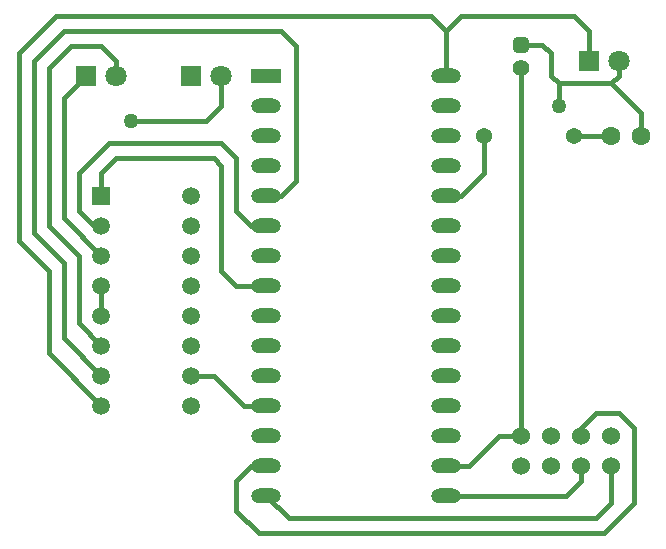
<source format=gtl>
G04 Layer_Physical_Order=1*
G04 Layer_Color=25308*
%FSLAX25Y25*%
%MOIN*%
G70*
G01*
G75*
%ADD10C,0.01772*%
%ADD11C,0.06299*%
%ADD12C,0.06000*%
%ADD13C,0.05400*%
%ADD14O,0.10000X0.05000*%
%ADD15R,0.10000X0.05000*%
%ADD16C,0.07087*%
%ADD17R,0.07087X0.07087*%
%ADD18C,0.05512*%
G04:AMPARAMS|DCode=19|XSize=55.12mil|YSize=55.12mil|CornerRadius=16.54mil|HoleSize=0mil|Usage=FLASHONLY|Rotation=90.000|XOffset=0mil|YOffset=0mil|HoleType=Round|Shape=RoundedRectangle|*
%AMROUNDEDRECTD19*
21,1,0.05512,0.02205,0,0,90.0*
21,1,0.02205,0.05512,0,0,90.0*
1,1,0.03307,0.01102,0.01102*
1,1,0.03307,0.01102,-0.01102*
1,1,0.03307,-0.01102,-0.01102*
1,1,0.03307,-0.01102,0.01102*
%
%ADD19ROUNDEDRECTD19*%
%ADD20R,0.05906X0.05906*%
%ADD21C,0.05906*%
%ADD22C,0.05000*%
D10*
X355000Y280000D02*
Y282500D01*
X360000Y287500D01*
X367500D01*
X372500Y282500D01*
X365000Y397500D02*
X375000Y387500D01*
Y380000D02*
Y387500D01*
X365000Y380000D02*
X365000Y380000D01*
X352500Y380000D02*
X365000D01*
X322500Y367500D02*
Y380000D01*
X315000Y360000D02*
X322500Y367500D01*
X310000Y360000D02*
X315000D01*
X347500Y390000D02*
Y397500D01*
X335000Y280000D02*
Y402500D01*
X367500Y400000D02*
Y405000D01*
X365000Y397500D02*
X367500Y400000D01*
X347500Y397500D02*
X365000D01*
X345000Y400000D02*
X347500Y397500D01*
X345000Y400000D02*
Y407500D01*
X342126Y410374D02*
X345000Y407500D01*
X335000Y410374D02*
X342126D01*
X357500Y405000D02*
Y415000D01*
X352500Y420000D02*
X357500Y415000D01*
X315000Y420000D02*
X352500D01*
X310000Y415000D02*
X315000Y420000D01*
X167500Y345000D02*
X177500Y335000D01*
Y307500D02*
X195000Y290000D01*
X177500Y307500D02*
Y335000D01*
X167500Y345000D02*
Y407500D01*
X180000Y420000D02*
X305000D01*
X167500Y407500D02*
X180000Y420000D01*
X310000Y400000D02*
Y415000D01*
X305000Y420000D02*
X310000Y415000D01*
X242500Y290000D02*
X250000D01*
X232500Y300000D02*
X242500Y290000D01*
X225000Y300000D02*
X232500D01*
X195000Y360000D02*
Y367500D01*
X200000Y372500D01*
X232500D01*
X240000Y330000D02*
X250000D01*
X232500Y372500D02*
X235000Y370000D01*
Y335000D02*
X240000Y330000D01*
X235000Y335000D02*
Y370000D01*
X187500Y355000D02*
X192500Y350000D01*
X187500Y355000D02*
Y367500D01*
X192500Y350000D02*
X195000D01*
X187500Y367500D02*
X197500Y377500D01*
X240000Y355000D02*
X245000Y350000D01*
X250000D01*
X197500Y377500D02*
X235000D01*
X240000Y355000D02*
Y372500D01*
X235000Y377500D02*
X240000Y372500D01*
X182500Y352500D02*
X195000Y340000D01*
X182500Y352500D02*
Y392500D01*
X190000Y400000D01*
X195000Y320000D02*
Y330000D01*
X177500Y350000D02*
X187500Y340000D01*
Y317500D02*
Y340000D01*
X177500Y350000D02*
Y402500D01*
X185000Y410000D02*
X195000D01*
X177500Y402500D02*
X185000Y410000D01*
X187500Y317500D02*
X195000Y310000D01*
Y410000D02*
X200000Y405000D01*
Y400000D02*
Y405000D01*
X172500Y347500D02*
X182500Y337500D01*
Y312500D02*
X195000Y300000D01*
X182500Y312500D02*
Y337500D01*
X172500Y347500D02*
Y405000D01*
X182500Y415000D02*
X255000D01*
X172500Y405000D02*
X182500Y415000D01*
X250000Y360000D02*
X255000D01*
Y415000D02*
X260000Y410000D01*
X255000Y360000D02*
X260000Y365000D01*
Y410000D01*
X205000Y385000D02*
X230000D01*
X235000Y390000D01*
Y400000D01*
X310000Y270000D02*
X317500D01*
X327500Y280000D01*
X335000D01*
X240000Y255000D02*
Y265000D01*
X247500Y247500D02*
X362500D01*
X240000Y255000D02*
X247500Y247500D01*
X240000Y265000D02*
X245000Y270000D01*
X250000D01*
X362500Y247500D02*
X372500Y257500D01*
Y282500D01*
X257500Y252500D02*
X360000D01*
X250000Y260000D02*
X257500Y252500D01*
X360000D02*
X365000Y257500D01*
Y270000D01*
X310000Y260000D02*
X350000D01*
X355000Y265000D01*
Y270000D01*
D11*
X375000Y380000D02*
D03*
X365000D02*
D03*
D12*
X335000Y280000D02*
D03*
Y270000D02*
D03*
X345000Y280000D02*
D03*
Y270000D02*
D03*
X355000Y280000D02*
D03*
Y270000D02*
D03*
X365000Y280000D02*
D03*
Y270000D02*
D03*
D13*
X352500Y380000D02*
D03*
X322500D02*
D03*
D14*
X310000Y260000D02*
D03*
Y270000D02*
D03*
Y280000D02*
D03*
Y290000D02*
D03*
Y300000D02*
D03*
Y310000D02*
D03*
Y320000D02*
D03*
Y330000D02*
D03*
Y340000D02*
D03*
Y350000D02*
D03*
Y360000D02*
D03*
Y370000D02*
D03*
Y380000D02*
D03*
Y390000D02*
D03*
Y400000D02*
D03*
X250000Y260000D02*
D03*
Y270000D02*
D03*
Y280000D02*
D03*
Y290000D02*
D03*
Y300000D02*
D03*
Y310000D02*
D03*
Y320000D02*
D03*
Y330000D02*
D03*
Y340000D02*
D03*
Y350000D02*
D03*
Y360000D02*
D03*
Y370000D02*
D03*
Y380000D02*
D03*
Y390000D02*
D03*
D15*
Y400000D02*
D03*
D16*
X200000D02*
D03*
X235000D02*
D03*
X367500Y405000D02*
D03*
D17*
X190000Y400000D02*
D03*
X225000D02*
D03*
X357500Y405000D02*
D03*
D18*
X335000Y402500D02*
D03*
D19*
Y410374D02*
D03*
D20*
X195000Y360000D02*
D03*
D21*
Y350000D02*
D03*
Y340000D02*
D03*
Y330000D02*
D03*
Y320000D02*
D03*
Y310000D02*
D03*
Y300000D02*
D03*
Y290000D02*
D03*
X225000Y360000D02*
D03*
Y350000D02*
D03*
Y340000D02*
D03*
Y330000D02*
D03*
Y320000D02*
D03*
Y310000D02*
D03*
Y300000D02*
D03*
Y290000D02*
D03*
D22*
X347500Y390000D02*
D03*
X205000Y385000D02*
D03*
M02*

</source>
